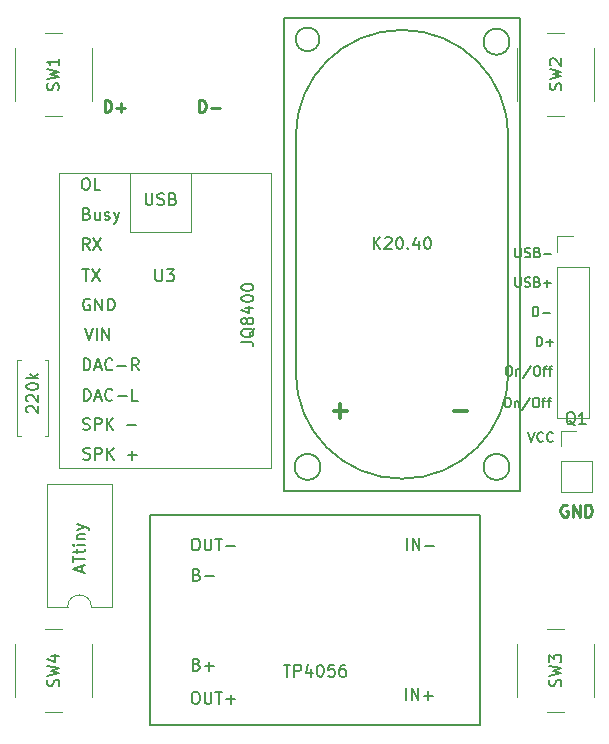
<source format=gbr>
G04 #@! TF.GenerationSoftware,KiCad,Pcbnew,5.1.5-52549c5~84~ubuntu18.04.1*
G04 #@! TF.CreationDate,2020-03-10T16:59:25+01:00*
G04 #@! TF.ProjectId,Nokolino,4e6f6b6f-6c69-46e6-9f2e-6b696361645f,3.0*
G04 #@! TF.SameCoordinates,Original*
G04 #@! TF.FileFunction,Legend,Top*
G04 #@! TF.FilePolarity,Positive*
%FSLAX46Y46*%
G04 Gerber Fmt 4.6, Leading zero omitted, Abs format (unit mm)*
G04 Created by KiCad (PCBNEW 5.1.5-52549c5~84~ubuntu18.04.1) date 2020-03-10 16:59:25*
%MOMM*%
%LPD*%
G04 APERTURE LIST*
%ADD10C,0.250000*%
%ADD11C,0.300000*%
%ADD12C,0.200000*%
%ADD13C,0.150000*%
%ADD14C,0.120000*%
G04 APERTURE END LIST*
D10*
X136119047Y-87952380D02*
X136119047Y-86952380D01*
X136357142Y-86952380D01*
X136500000Y-87000000D01*
X136595238Y-87095238D01*
X136642857Y-87190476D01*
X136690476Y-87380952D01*
X136690476Y-87523809D01*
X136642857Y-87714285D01*
X136595238Y-87809523D01*
X136500000Y-87904761D01*
X136357142Y-87952380D01*
X136119047Y-87952380D01*
X137119047Y-87571428D02*
X137880952Y-87571428D01*
X128119047Y-87952380D02*
X128119047Y-86952380D01*
X128357142Y-86952380D01*
X128500000Y-87000000D01*
X128595238Y-87095238D01*
X128642857Y-87190476D01*
X128690476Y-87380952D01*
X128690476Y-87523809D01*
X128642857Y-87714285D01*
X128595238Y-87809523D01*
X128500000Y-87904761D01*
X128357142Y-87952380D01*
X128119047Y-87952380D01*
X129119047Y-87571428D02*
X129880952Y-87571428D01*
X129500000Y-87952380D02*
X129500000Y-87190476D01*
D11*
X147518571Y-113257142D02*
X148661428Y-113257142D01*
X148090000Y-113828571D02*
X148090000Y-112685714D01*
X157678571Y-113257142D02*
X158821428Y-113257142D01*
D12*
X163983333Y-115061904D02*
X164250000Y-115861904D01*
X164516666Y-115061904D01*
X165240476Y-115785714D02*
X165202380Y-115823809D01*
X165088095Y-115861904D01*
X165011904Y-115861904D01*
X164897619Y-115823809D01*
X164821428Y-115747619D01*
X164783333Y-115671428D01*
X164745238Y-115519047D01*
X164745238Y-115404761D01*
X164783333Y-115252380D01*
X164821428Y-115176190D01*
X164897619Y-115100000D01*
X165011904Y-115061904D01*
X165088095Y-115061904D01*
X165202380Y-115100000D01*
X165240476Y-115138095D01*
X166040476Y-115785714D02*
X166002380Y-115823809D01*
X165888095Y-115861904D01*
X165811904Y-115861904D01*
X165697619Y-115823809D01*
X165621428Y-115747619D01*
X165583333Y-115671428D01*
X165545238Y-115519047D01*
X165545238Y-115404761D01*
X165583333Y-115252380D01*
X165621428Y-115176190D01*
X165697619Y-115100000D01*
X165811904Y-115061904D01*
X165888095Y-115061904D01*
X166002380Y-115100000D01*
X166040476Y-115138095D01*
D10*
X167288095Y-121250000D02*
X167192857Y-121202380D01*
X167050000Y-121202380D01*
X166907142Y-121250000D01*
X166811904Y-121345238D01*
X166764285Y-121440476D01*
X166716666Y-121630952D01*
X166716666Y-121773809D01*
X166764285Y-121964285D01*
X166811904Y-122059523D01*
X166907142Y-122154761D01*
X167050000Y-122202380D01*
X167145238Y-122202380D01*
X167288095Y-122154761D01*
X167335714Y-122107142D01*
X167335714Y-121773809D01*
X167145238Y-121773809D01*
X167764285Y-122202380D02*
X167764285Y-121202380D01*
X168335714Y-122202380D01*
X168335714Y-121202380D01*
X168811904Y-122202380D02*
X168811904Y-121202380D01*
X169050000Y-121202380D01*
X169192857Y-121250000D01*
X169288095Y-121345238D01*
X169335714Y-121440476D01*
X169383333Y-121630952D01*
X169383333Y-121773809D01*
X169335714Y-121964285D01*
X169288095Y-122059523D01*
X169192857Y-122154761D01*
X169050000Y-122202380D01*
X168811904Y-122202380D01*
D12*
X162266666Y-109461904D02*
X162419047Y-109461904D01*
X162495238Y-109500000D01*
X162571428Y-109576190D01*
X162609523Y-109728571D01*
X162609523Y-109995238D01*
X162571428Y-110147619D01*
X162495238Y-110223809D01*
X162419047Y-110261904D01*
X162266666Y-110261904D01*
X162190476Y-110223809D01*
X162114285Y-110147619D01*
X162076190Y-109995238D01*
X162076190Y-109728571D01*
X162114285Y-109576190D01*
X162190476Y-109500000D01*
X162266666Y-109461904D01*
X162952380Y-109728571D02*
X162952380Y-110261904D01*
X162952380Y-109804761D02*
X162990476Y-109766666D01*
X163066666Y-109728571D01*
X163180952Y-109728571D01*
X163257142Y-109766666D01*
X163295238Y-109842857D01*
X163295238Y-110261904D01*
X164247619Y-109423809D02*
X163561904Y-110452380D01*
X164666666Y-109461904D02*
X164819047Y-109461904D01*
X164895238Y-109500000D01*
X164971428Y-109576190D01*
X165009523Y-109728571D01*
X165009523Y-109995238D01*
X164971428Y-110147619D01*
X164895238Y-110223809D01*
X164819047Y-110261904D01*
X164666666Y-110261904D01*
X164590476Y-110223809D01*
X164514285Y-110147619D01*
X164476190Y-109995238D01*
X164476190Y-109728571D01*
X164514285Y-109576190D01*
X164590476Y-109500000D01*
X164666666Y-109461904D01*
X165238095Y-109728571D02*
X165542857Y-109728571D01*
X165352380Y-110261904D02*
X165352380Y-109576190D01*
X165390476Y-109500000D01*
X165466666Y-109461904D01*
X165542857Y-109461904D01*
X165695238Y-109728571D02*
X166000000Y-109728571D01*
X165809523Y-110261904D02*
X165809523Y-109576190D01*
X165847619Y-109500000D01*
X165923809Y-109461904D01*
X166000000Y-109461904D01*
X162166666Y-112161904D02*
X162319047Y-112161904D01*
X162395238Y-112200000D01*
X162471428Y-112276190D01*
X162509523Y-112428571D01*
X162509523Y-112695238D01*
X162471428Y-112847619D01*
X162395238Y-112923809D01*
X162319047Y-112961904D01*
X162166666Y-112961904D01*
X162090476Y-112923809D01*
X162014285Y-112847619D01*
X161976190Y-112695238D01*
X161976190Y-112428571D01*
X162014285Y-112276190D01*
X162090476Y-112200000D01*
X162166666Y-112161904D01*
X162852380Y-112428571D02*
X162852380Y-112961904D01*
X162852380Y-112504761D02*
X162890476Y-112466666D01*
X162966666Y-112428571D01*
X163080952Y-112428571D01*
X163157142Y-112466666D01*
X163195238Y-112542857D01*
X163195238Y-112961904D01*
X164147619Y-112123809D02*
X163461904Y-113152380D01*
X164566666Y-112161904D02*
X164719047Y-112161904D01*
X164795238Y-112200000D01*
X164871428Y-112276190D01*
X164909523Y-112428571D01*
X164909523Y-112695238D01*
X164871428Y-112847619D01*
X164795238Y-112923809D01*
X164719047Y-112961904D01*
X164566666Y-112961904D01*
X164490476Y-112923809D01*
X164414285Y-112847619D01*
X164376190Y-112695238D01*
X164376190Y-112428571D01*
X164414285Y-112276190D01*
X164490476Y-112200000D01*
X164566666Y-112161904D01*
X165138095Y-112428571D02*
X165442857Y-112428571D01*
X165252380Y-112961904D02*
X165252380Y-112276190D01*
X165290476Y-112200000D01*
X165366666Y-112161904D01*
X165442857Y-112161904D01*
X165595238Y-112428571D02*
X165900000Y-112428571D01*
X165709523Y-112961904D02*
X165709523Y-112276190D01*
X165747619Y-112200000D01*
X165823809Y-112161904D01*
X165900000Y-112161904D01*
X162895238Y-99461904D02*
X162895238Y-100109523D01*
X162933333Y-100185714D01*
X162971428Y-100223809D01*
X163047619Y-100261904D01*
X163200000Y-100261904D01*
X163276190Y-100223809D01*
X163314285Y-100185714D01*
X163352380Y-100109523D01*
X163352380Y-99461904D01*
X163695238Y-100223809D02*
X163809523Y-100261904D01*
X164000000Y-100261904D01*
X164076190Y-100223809D01*
X164114285Y-100185714D01*
X164152380Y-100109523D01*
X164152380Y-100033333D01*
X164114285Y-99957142D01*
X164076190Y-99919047D01*
X164000000Y-99880952D01*
X163847619Y-99842857D01*
X163771428Y-99804761D01*
X163733333Y-99766666D01*
X163695238Y-99690476D01*
X163695238Y-99614285D01*
X163733333Y-99538095D01*
X163771428Y-99500000D01*
X163847619Y-99461904D01*
X164038095Y-99461904D01*
X164152380Y-99500000D01*
X164761904Y-99842857D02*
X164876190Y-99880952D01*
X164914285Y-99919047D01*
X164952380Y-99995238D01*
X164952380Y-100109523D01*
X164914285Y-100185714D01*
X164876190Y-100223809D01*
X164800000Y-100261904D01*
X164495238Y-100261904D01*
X164495238Y-99461904D01*
X164761904Y-99461904D01*
X164838095Y-99500000D01*
X164876190Y-99538095D01*
X164914285Y-99614285D01*
X164914285Y-99690476D01*
X164876190Y-99766666D01*
X164838095Y-99804761D01*
X164761904Y-99842857D01*
X164495238Y-99842857D01*
X165295238Y-99957142D02*
X165904761Y-99957142D01*
X162895238Y-101961904D02*
X162895238Y-102609523D01*
X162933333Y-102685714D01*
X162971428Y-102723809D01*
X163047619Y-102761904D01*
X163200000Y-102761904D01*
X163276190Y-102723809D01*
X163314285Y-102685714D01*
X163352380Y-102609523D01*
X163352380Y-101961904D01*
X163695238Y-102723809D02*
X163809523Y-102761904D01*
X164000000Y-102761904D01*
X164076190Y-102723809D01*
X164114285Y-102685714D01*
X164152380Y-102609523D01*
X164152380Y-102533333D01*
X164114285Y-102457142D01*
X164076190Y-102419047D01*
X164000000Y-102380952D01*
X163847619Y-102342857D01*
X163771428Y-102304761D01*
X163733333Y-102266666D01*
X163695238Y-102190476D01*
X163695238Y-102114285D01*
X163733333Y-102038095D01*
X163771428Y-102000000D01*
X163847619Y-101961904D01*
X164038095Y-101961904D01*
X164152380Y-102000000D01*
X164761904Y-102342857D02*
X164876190Y-102380952D01*
X164914285Y-102419047D01*
X164952380Y-102495238D01*
X164952380Y-102609523D01*
X164914285Y-102685714D01*
X164876190Y-102723809D01*
X164800000Y-102761904D01*
X164495238Y-102761904D01*
X164495238Y-101961904D01*
X164761904Y-101961904D01*
X164838095Y-102000000D01*
X164876190Y-102038095D01*
X164914285Y-102114285D01*
X164914285Y-102190476D01*
X164876190Y-102266666D01*
X164838095Y-102304761D01*
X164761904Y-102342857D01*
X164495238Y-102342857D01*
X165295238Y-102457142D02*
X165904761Y-102457142D01*
X165600000Y-102761904D02*
X165600000Y-102152380D01*
X164395238Y-105261904D02*
X164395238Y-104461904D01*
X164585714Y-104461904D01*
X164700000Y-104500000D01*
X164776190Y-104576190D01*
X164814285Y-104652380D01*
X164852380Y-104804761D01*
X164852380Y-104919047D01*
X164814285Y-105071428D01*
X164776190Y-105147619D01*
X164700000Y-105223809D01*
X164585714Y-105261904D01*
X164395238Y-105261904D01*
X165195238Y-104957142D02*
X165804761Y-104957142D01*
X164695238Y-107761904D02*
X164695238Y-106961904D01*
X164885714Y-106961904D01*
X165000000Y-107000000D01*
X165076190Y-107076190D01*
X165114285Y-107152380D01*
X165152380Y-107304761D01*
X165152380Y-107419047D01*
X165114285Y-107571428D01*
X165076190Y-107647619D01*
X165000000Y-107723809D01*
X164885714Y-107761904D01*
X164695238Y-107761904D01*
X165495238Y-107457142D02*
X166104761Y-107457142D01*
X165800000Y-107761904D02*
X165800000Y-107152380D01*
D13*
X131999100Y-122103500D02*
X159939100Y-122103500D01*
X159939100Y-139883500D02*
X131999100Y-139883500D01*
X131999100Y-139883500D02*
X131999100Y-122103500D01*
X159939100Y-139883500D02*
X159939100Y-122103500D01*
D14*
X123222000Y-129843500D02*
X124992000Y-129843500D01*
X123222000Y-119443500D02*
X123222000Y-129843500D01*
X128762000Y-119443500D02*
X123222000Y-119443500D01*
X128762000Y-129843500D02*
X128762000Y-119443500D01*
X126992000Y-129843500D02*
X128762000Y-129843500D01*
X124992000Y-129843500D02*
G75*
G02X126992000Y-129843500I1000000J0D01*
G01*
D13*
X163300000Y-120000000D02*
X163300000Y-80000000D01*
X143300000Y-120000000D02*
X143300000Y-80000000D01*
X143300000Y-120000000D02*
X163300000Y-120000000D01*
X163300000Y-80000000D02*
X143300000Y-80000000D01*
X146300000Y-81800000D02*
G75*
G03X146300000Y-81800000I-1000000J0D01*
G01*
X162400000Y-82000000D02*
G75*
G03X162400000Y-82000000I-1100000J0D01*
G01*
X146400000Y-118000000D02*
G75*
G03X146400000Y-118000000I-1100000J0D01*
G01*
X162400000Y-118000000D02*
G75*
G03X162400000Y-118000000I-1100000J0D01*
G01*
X153300000Y-119000000D02*
G75*
G03X162300000Y-110000000I0J9000000D01*
G01*
X162300000Y-90000000D02*
G75*
G03X153300000Y-81000000I-9000000J0D01*
G01*
X153300000Y-81000000D02*
G75*
G03X144300000Y-90000000I0J-9000000D01*
G01*
X144300000Y-110000000D02*
G75*
G03X153300000Y-119000000I9000000J0D01*
G01*
X144300000Y-90000000D02*
X144300000Y-110000000D01*
X162300000Y-90000000D02*
X162300000Y-110000000D01*
D14*
X166720000Y-114920000D02*
X168050000Y-114920000D01*
X166720000Y-116250000D02*
X166720000Y-114920000D01*
X166720000Y-117520000D02*
X169380000Y-117520000D01*
X169380000Y-117520000D02*
X169380000Y-120120000D01*
X166720000Y-117520000D02*
X166720000Y-120120000D01*
X166720000Y-120120000D02*
X169380000Y-120120000D01*
X166445000Y-98485000D02*
X167775000Y-98485000D01*
X166445000Y-99815000D02*
X166445000Y-98485000D01*
X166445000Y-101085000D02*
X169105000Y-101085000D01*
X169105000Y-101085000D02*
X169105000Y-113845000D01*
X166445000Y-101085000D02*
X166445000Y-113845000D01*
X166445000Y-113845000D02*
X169105000Y-113845000D01*
X121070000Y-115400000D02*
X120740000Y-115400000D01*
X120740000Y-115400000D02*
X120740000Y-108980000D01*
X120740000Y-108980000D02*
X121070000Y-108980000D01*
X123030000Y-115400000D02*
X123360000Y-115400000D01*
X123360000Y-115400000D02*
X123360000Y-108980000D01*
X123360000Y-108980000D02*
X123030000Y-108980000D01*
X127050000Y-87000000D02*
X127050000Y-82500000D01*
X123050000Y-88250000D02*
X124550000Y-88250000D01*
X120550000Y-82500000D02*
X120550000Y-87000000D01*
X124550000Y-81250000D02*
X123050000Y-81250000D01*
X167050000Y-81250000D02*
X165550000Y-81250000D01*
X163050000Y-82500000D02*
X163050000Y-87000000D01*
X165550000Y-88250000D02*
X167050000Y-88250000D01*
X169550000Y-87000000D02*
X169550000Y-82500000D01*
X169550000Y-137500000D02*
X169550000Y-133000000D01*
X165550000Y-138750000D02*
X167050000Y-138750000D01*
X163050000Y-133000000D02*
X163050000Y-137500000D01*
X167050000Y-131750000D02*
X165550000Y-131750000D01*
X124550000Y-131750000D02*
X123050000Y-131750000D01*
X120550000Y-133000000D02*
X120550000Y-137500000D01*
X123050000Y-138750000D02*
X124550000Y-138750000D01*
X127050000Y-137500000D02*
X127050000Y-133000000D01*
X124230000Y-93100000D02*
X124230000Y-118100000D01*
X142230000Y-93100000D02*
X142230000Y-118100000D01*
X124230000Y-118100000D02*
X142230000Y-118100000D01*
X124230000Y-93100000D02*
X142230000Y-93100000D01*
X130230000Y-93100000D02*
X130230000Y-98100000D01*
X130230000Y-98100000D02*
X135430000Y-98100000D01*
X135430000Y-98100000D02*
X135430000Y-93100000D01*
D13*
X143278623Y-134755880D02*
X143850052Y-134755880D01*
X143564338Y-135755880D02*
X143564338Y-134755880D01*
X144183385Y-135755880D02*
X144183385Y-134755880D01*
X144564338Y-134755880D01*
X144659576Y-134803500D01*
X144707195Y-134851119D01*
X144754814Y-134946357D01*
X144754814Y-135089214D01*
X144707195Y-135184452D01*
X144659576Y-135232071D01*
X144564338Y-135279690D01*
X144183385Y-135279690D01*
X145611957Y-135089214D02*
X145611957Y-135755880D01*
X145373861Y-134708261D02*
X145135766Y-135422547D01*
X145754814Y-135422547D01*
X146326242Y-134755880D02*
X146421480Y-134755880D01*
X146516719Y-134803500D01*
X146564338Y-134851119D01*
X146611957Y-134946357D01*
X146659576Y-135136833D01*
X146659576Y-135374928D01*
X146611957Y-135565404D01*
X146564338Y-135660642D01*
X146516719Y-135708261D01*
X146421480Y-135755880D01*
X146326242Y-135755880D01*
X146231004Y-135708261D01*
X146183385Y-135660642D01*
X146135766Y-135565404D01*
X146088147Y-135374928D01*
X146088147Y-135136833D01*
X146135766Y-134946357D01*
X146183385Y-134851119D01*
X146231004Y-134803500D01*
X146326242Y-134755880D01*
X147564338Y-134755880D02*
X147088147Y-134755880D01*
X147040528Y-135232071D01*
X147088147Y-135184452D01*
X147183385Y-135136833D01*
X147421480Y-135136833D01*
X147516719Y-135184452D01*
X147564338Y-135232071D01*
X147611957Y-135327309D01*
X147611957Y-135565404D01*
X147564338Y-135660642D01*
X147516719Y-135708261D01*
X147421480Y-135755880D01*
X147183385Y-135755880D01*
X147088147Y-135708261D01*
X147040528Y-135660642D01*
X148469100Y-134755880D02*
X148278623Y-134755880D01*
X148183385Y-134803500D01*
X148135766Y-134851119D01*
X148040528Y-134993976D01*
X147992909Y-135184452D01*
X147992909Y-135565404D01*
X148040528Y-135660642D01*
X148088147Y-135708261D01*
X148183385Y-135755880D01*
X148373861Y-135755880D01*
X148469100Y-135708261D01*
X148516719Y-135660642D01*
X148564338Y-135565404D01*
X148564338Y-135327309D01*
X148516719Y-135232071D01*
X148469100Y-135184452D01*
X148373861Y-135136833D01*
X148183385Y-135136833D01*
X148088147Y-135184452D01*
X148040528Y-135232071D01*
X147992909Y-135327309D01*
X153626242Y-137745880D02*
X153626242Y-136745880D01*
X154102433Y-137745880D02*
X154102433Y-136745880D01*
X154673861Y-137745880D01*
X154673861Y-136745880D01*
X155150052Y-137364928D02*
X155911957Y-137364928D01*
X155531004Y-137745880D02*
X155531004Y-136983976D01*
X153726242Y-125045880D02*
X153726242Y-124045880D01*
X154202433Y-125045880D02*
X154202433Y-124045880D01*
X154773861Y-125045880D01*
X154773861Y-124045880D01*
X155250052Y-124664928D02*
X156011957Y-124664928D01*
X135739452Y-137049880D02*
X135929928Y-137049880D01*
X136025166Y-137097500D01*
X136120404Y-137192738D01*
X136168023Y-137383214D01*
X136168023Y-137716547D01*
X136120404Y-137907023D01*
X136025166Y-138002261D01*
X135929928Y-138049880D01*
X135739452Y-138049880D01*
X135644214Y-138002261D01*
X135548976Y-137907023D01*
X135501357Y-137716547D01*
X135501357Y-137383214D01*
X135548976Y-137192738D01*
X135644214Y-137097500D01*
X135739452Y-137049880D01*
X136596595Y-137049880D02*
X136596595Y-137859404D01*
X136644214Y-137954642D01*
X136691833Y-138002261D01*
X136787071Y-138049880D01*
X136977547Y-138049880D01*
X137072785Y-138002261D01*
X137120404Y-137954642D01*
X137168023Y-137859404D01*
X137168023Y-137049880D01*
X137501357Y-137049880D02*
X138072785Y-137049880D01*
X137787071Y-138049880D02*
X137787071Y-137049880D01*
X138406119Y-137668928D02*
X139168023Y-137668928D01*
X138787071Y-138049880D02*
X138787071Y-137287976D01*
X135921480Y-134722071D02*
X136064338Y-134769690D01*
X136111957Y-134817309D01*
X136159576Y-134912547D01*
X136159576Y-135055404D01*
X136111957Y-135150642D01*
X136064338Y-135198261D01*
X135969100Y-135245880D01*
X135588147Y-135245880D01*
X135588147Y-134245880D01*
X135921480Y-134245880D01*
X136016719Y-134293500D01*
X136064338Y-134341119D01*
X136111957Y-134436357D01*
X136111957Y-134531595D01*
X136064338Y-134626833D01*
X136016719Y-134674452D01*
X135921480Y-134722071D01*
X135588147Y-134722071D01*
X136588147Y-134864928D02*
X137350052Y-134864928D01*
X136969100Y-135245880D02*
X136969100Y-134483976D01*
X135921480Y-127122071D02*
X136064338Y-127169690D01*
X136111957Y-127217309D01*
X136159576Y-127312547D01*
X136159576Y-127455404D01*
X136111957Y-127550642D01*
X136064338Y-127598261D01*
X135969100Y-127645880D01*
X135588147Y-127645880D01*
X135588147Y-126645880D01*
X135921480Y-126645880D01*
X136016719Y-126693500D01*
X136064338Y-126741119D01*
X136111957Y-126836357D01*
X136111957Y-126931595D01*
X136064338Y-127026833D01*
X136016719Y-127074452D01*
X135921480Y-127122071D01*
X135588147Y-127122071D01*
X136588147Y-127264928D02*
X137350052Y-127264928D01*
X135739452Y-124070480D02*
X135929928Y-124070480D01*
X136025166Y-124118100D01*
X136120404Y-124213338D01*
X136168023Y-124403814D01*
X136168023Y-124737147D01*
X136120404Y-124927623D01*
X136025166Y-125022861D01*
X135929928Y-125070480D01*
X135739452Y-125070480D01*
X135644214Y-125022861D01*
X135548976Y-124927623D01*
X135501357Y-124737147D01*
X135501357Y-124403814D01*
X135548976Y-124213338D01*
X135644214Y-124118100D01*
X135739452Y-124070480D01*
X136596595Y-124070480D02*
X136596595Y-124880004D01*
X136644214Y-124975242D01*
X136691833Y-125022861D01*
X136787071Y-125070480D01*
X136977547Y-125070480D01*
X137072785Y-125022861D01*
X137120404Y-124975242D01*
X137168023Y-124880004D01*
X137168023Y-124070480D01*
X137501357Y-124070480D02*
X138072785Y-124070480D01*
X137787071Y-125070480D02*
X137787071Y-124070480D01*
X138406119Y-124689528D02*
X139168023Y-124689528D01*
X126184066Y-126848290D02*
X126184066Y-126372100D01*
X126469780Y-126943528D02*
X125469780Y-126610195D01*
X126469780Y-126276861D01*
X125469780Y-126086385D02*
X125469780Y-125514957D01*
X126469780Y-125800671D02*
X125469780Y-125800671D01*
X125803114Y-125324480D02*
X125803114Y-124943528D01*
X125469780Y-125181623D02*
X126326923Y-125181623D01*
X126422161Y-125134004D01*
X126469780Y-125038766D01*
X126469780Y-124943528D01*
X126469780Y-124610195D02*
X125803114Y-124610195D01*
X125469780Y-124610195D02*
X125517400Y-124657814D01*
X125565019Y-124610195D01*
X125517400Y-124562576D01*
X125469780Y-124610195D01*
X125565019Y-124610195D01*
X125803114Y-124134004D02*
X126469780Y-124134004D01*
X125898352Y-124134004D02*
X125850733Y-124086385D01*
X125803114Y-123991147D01*
X125803114Y-123848290D01*
X125850733Y-123753052D01*
X125945971Y-123705433D01*
X126469780Y-123705433D01*
X125803114Y-123324480D02*
X126469780Y-123086385D01*
X125803114Y-122848290D02*
X126469780Y-123086385D01*
X126707876Y-123181623D01*
X126755495Y-123229242D01*
X126803114Y-123324480D01*
X150895238Y-99552380D02*
X150895238Y-98552380D01*
X151466666Y-99552380D02*
X151038095Y-98980952D01*
X151466666Y-98552380D02*
X150895238Y-99123809D01*
X151847619Y-98647619D02*
X151895238Y-98600000D01*
X151990476Y-98552380D01*
X152228571Y-98552380D01*
X152323809Y-98600000D01*
X152371428Y-98647619D01*
X152419047Y-98742857D01*
X152419047Y-98838095D01*
X152371428Y-98980952D01*
X151800000Y-99552380D01*
X152419047Y-99552380D01*
X153038095Y-98552380D02*
X153133333Y-98552380D01*
X153228571Y-98600000D01*
X153276190Y-98647619D01*
X153323809Y-98742857D01*
X153371428Y-98933333D01*
X153371428Y-99171428D01*
X153323809Y-99361904D01*
X153276190Y-99457142D01*
X153228571Y-99504761D01*
X153133333Y-99552380D01*
X153038095Y-99552380D01*
X152942857Y-99504761D01*
X152895238Y-99457142D01*
X152847619Y-99361904D01*
X152800000Y-99171428D01*
X152800000Y-98933333D01*
X152847619Y-98742857D01*
X152895238Y-98647619D01*
X152942857Y-98600000D01*
X153038095Y-98552380D01*
X153800000Y-99457142D02*
X153847619Y-99504761D01*
X153800000Y-99552380D01*
X153752380Y-99504761D01*
X153800000Y-99457142D01*
X153800000Y-99552380D01*
X154704761Y-98885714D02*
X154704761Y-99552380D01*
X154466666Y-98504761D02*
X154228571Y-99219047D01*
X154847619Y-99219047D01*
X155419047Y-98552380D02*
X155514285Y-98552380D01*
X155609523Y-98600000D01*
X155657142Y-98647619D01*
X155704761Y-98742857D01*
X155752380Y-98933333D01*
X155752380Y-99171428D01*
X155704761Y-99361904D01*
X155657142Y-99457142D01*
X155609523Y-99504761D01*
X155514285Y-99552380D01*
X155419047Y-99552380D01*
X155323809Y-99504761D01*
X155276190Y-99457142D01*
X155228571Y-99361904D01*
X155180952Y-99171428D01*
X155180952Y-98933333D01*
X155228571Y-98742857D01*
X155276190Y-98647619D01*
X155323809Y-98600000D01*
X155419047Y-98552380D01*
X167954761Y-114467619D02*
X167859523Y-114420000D01*
X167764285Y-114324761D01*
X167621428Y-114181904D01*
X167526190Y-114134285D01*
X167430952Y-114134285D01*
X167478571Y-114372380D02*
X167383333Y-114324761D01*
X167288095Y-114229523D01*
X167240476Y-114039047D01*
X167240476Y-113705714D01*
X167288095Y-113515238D01*
X167383333Y-113420000D01*
X167478571Y-113372380D01*
X167669047Y-113372380D01*
X167764285Y-113420000D01*
X167859523Y-113515238D01*
X167907142Y-113705714D01*
X167907142Y-114039047D01*
X167859523Y-114229523D01*
X167764285Y-114324761D01*
X167669047Y-114372380D01*
X167478571Y-114372380D01*
X168859523Y-114372380D02*
X168288095Y-114372380D01*
X168573809Y-114372380D02*
X168573809Y-113372380D01*
X168478571Y-113515238D01*
X168383333Y-113610476D01*
X168288095Y-113658095D01*
X121597619Y-113392857D02*
X121550000Y-113345238D01*
X121502380Y-113250000D01*
X121502380Y-113011904D01*
X121550000Y-112916666D01*
X121597619Y-112869047D01*
X121692857Y-112821428D01*
X121788095Y-112821428D01*
X121930952Y-112869047D01*
X122502380Y-113440476D01*
X122502380Y-112821428D01*
X121597619Y-112440476D02*
X121550000Y-112392857D01*
X121502380Y-112297619D01*
X121502380Y-112059523D01*
X121550000Y-111964285D01*
X121597619Y-111916666D01*
X121692857Y-111869047D01*
X121788095Y-111869047D01*
X121930952Y-111916666D01*
X122502380Y-112488095D01*
X122502380Y-111869047D01*
X121502380Y-111250000D02*
X121502380Y-111154761D01*
X121550000Y-111059523D01*
X121597619Y-111011904D01*
X121692857Y-110964285D01*
X121883333Y-110916666D01*
X122121428Y-110916666D01*
X122311904Y-110964285D01*
X122407142Y-111011904D01*
X122454761Y-111059523D01*
X122502380Y-111154761D01*
X122502380Y-111250000D01*
X122454761Y-111345238D01*
X122407142Y-111392857D01*
X122311904Y-111440476D01*
X122121428Y-111488095D01*
X121883333Y-111488095D01*
X121692857Y-111440476D01*
X121597619Y-111392857D01*
X121550000Y-111345238D01*
X121502380Y-111250000D01*
X122502380Y-110488095D02*
X121502380Y-110488095D01*
X122121428Y-110392857D02*
X122502380Y-110107142D01*
X121835714Y-110107142D02*
X122216666Y-110488095D01*
X124199661Y-86098833D02*
X124247280Y-85955976D01*
X124247280Y-85717880D01*
X124199661Y-85622642D01*
X124152042Y-85575023D01*
X124056804Y-85527404D01*
X123961566Y-85527404D01*
X123866328Y-85575023D01*
X123818709Y-85622642D01*
X123771090Y-85717880D01*
X123723471Y-85908357D01*
X123675852Y-86003595D01*
X123628233Y-86051214D01*
X123532995Y-86098833D01*
X123437757Y-86098833D01*
X123342519Y-86051214D01*
X123294900Y-86003595D01*
X123247280Y-85908357D01*
X123247280Y-85670261D01*
X123294900Y-85527404D01*
X123247280Y-85194071D02*
X124247280Y-84955976D01*
X123532995Y-84765500D01*
X124247280Y-84575023D01*
X123247280Y-84336928D01*
X124247280Y-83432166D02*
X124247280Y-84003595D01*
X124247280Y-83717880D02*
X123247280Y-83717880D01*
X123390138Y-83813119D01*
X123485376Y-83908357D01*
X123532995Y-84003595D01*
X166744661Y-86083333D02*
X166792280Y-85940476D01*
X166792280Y-85702380D01*
X166744661Y-85607142D01*
X166697042Y-85559523D01*
X166601804Y-85511904D01*
X166506566Y-85511904D01*
X166411328Y-85559523D01*
X166363709Y-85607142D01*
X166316090Y-85702380D01*
X166268471Y-85892857D01*
X166220852Y-85988095D01*
X166173233Y-86035714D01*
X166077995Y-86083333D01*
X165982757Y-86083333D01*
X165887519Y-86035714D01*
X165839900Y-85988095D01*
X165792280Y-85892857D01*
X165792280Y-85654761D01*
X165839900Y-85511904D01*
X165792280Y-85178571D02*
X166792280Y-84940476D01*
X166077995Y-84750000D01*
X166792280Y-84559523D01*
X165792280Y-84321428D01*
X165887519Y-83988095D02*
X165839900Y-83940476D01*
X165792280Y-83845238D01*
X165792280Y-83607142D01*
X165839900Y-83511904D01*
X165887519Y-83464285D01*
X165982757Y-83416666D01*
X166077995Y-83416666D01*
X166220852Y-83464285D01*
X166792280Y-84035714D01*
X166792280Y-83416666D01*
X166731961Y-136581333D02*
X166779580Y-136438476D01*
X166779580Y-136200380D01*
X166731961Y-136105142D01*
X166684342Y-136057523D01*
X166589104Y-136009904D01*
X166493866Y-136009904D01*
X166398628Y-136057523D01*
X166351009Y-136105142D01*
X166303390Y-136200380D01*
X166255771Y-136390857D01*
X166208152Y-136486095D01*
X166160533Y-136533714D01*
X166065295Y-136581333D01*
X165970057Y-136581333D01*
X165874819Y-136533714D01*
X165827200Y-136486095D01*
X165779580Y-136390857D01*
X165779580Y-136152761D01*
X165827200Y-136009904D01*
X165779580Y-135676571D02*
X166779580Y-135438476D01*
X166065295Y-135248000D01*
X166779580Y-135057523D01*
X165779580Y-134819428D01*
X165779580Y-134533714D02*
X165779580Y-133914666D01*
X166160533Y-134248000D01*
X166160533Y-134105142D01*
X166208152Y-134009904D01*
X166255771Y-133962285D01*
X166351009Y-133914666D01*
X166589104Y-133914666D01*
X166684342Y-133962285D01*
X166731961Y-134009904D01*
X166779580Y-134105142D01*
X166779580Y-134390857D01*
X166731961Y-134486095D01*
X166684342Y-134533714D01*
X124225061Y-136581333D02*
X124272680Y-136438476D01*
X124272680Y-136200380D01*
X124225061Y-136105142D01*
X124177442Y-136057523D01*
X124082204Y-136009904D01*
X123986966Y-136009904D01*
X123891728Y-136057523D01*
X123844109Y-136105142D01*
X123796490Y-136200380D01*
X123748871Y-136390857D01*
X123701252Y-136486095D01*
X123653633Y-136533714D01*
X123558395Y-136581333D01*
X123463157Y-136581333D01*
X123367919Y-136533714D01*
X123320300Y-136486095D01*
X123272680Y-136390857D01*
X123272680Y-136152761D01*
X123320300Y-136009904D01*
X123272680Y-135676571D02*
X124272680Y-135438476D01*
X123558395Y-135248000D01*
X124272680Y-135057523D01*
X123272680Y-134819428D01*
X123606014Y-134009904D02*
X124272680Y-134009904D01*
X123225061Y-134248000D02*
X123939347Y-134486095D01*
X123939347Y-133867047D01*
X132418295Y-101273980D02*
X132418295Y-102083504D01*
X132465914Y-102178742D01*
X132513533Y-102226361D01*
X132608771Y-102273980D01*
X132799247Y-102273980D01*
X132894485Y-102226361D01*
X132942104Y-102178742D01*
X132989723Y-102083504D01*
X132989723Y-101273980D01*
X133370676Y-101273980D02*
X133989723Y-101273980D01*
X133656390Y-101654933D01*
X133799247Y-101654933D01*
X133894485Y-101702552D01*
X133942104Y-101750171D01*
X133989723Y-101845409D01*
X133989723Y-102083504D01*
X133942104Y-102178742D01*
X133894485Y-102226361D01*
X133799247Y-102273980D01*
X133513533Y-102273980D01*
X133418295Y-102226361D01*
X133370676Y-102178742D01*
X139706480Y-107409314D02*
X140420766Y-107409314D01*
X140563623Y-107456933D01*
X140658861Y-107552171D01*
X140706480Y-107695028D01*
X140706480Y-107790266D01*
X140801719Y-106266457D02*
X140754100Y-106361695D01*
X140658861Y-106456933D01*
X140516004Y-106599790D01*
X140468385Y-106695028D01*
X140468385Y-106790266D01*
X140706480Y-106742647D02*
X140658861Y-106837885D01*
X140563623Y-106933123D01*
X140373147Y-106980742D01*
X140039814Y-106980742D01*
X139849338Y-106933123D01*
X139754100Y-106837885D01*
X139706480Y-106742647D01*
X139706480Y-106552171D01*
X139754100Y-106456933D01*
X139849338Y-106361695D01*
X140039814Y-106314076D01*
X140373147Y-106314076D01*
X140563623Y-106361695D01*
X140658861Y-106456933D01*
X140706480Y-106552171D01*
X140706480Y-106742647D01*
X140135052Y-105742647D02*
X140087433Y-105837885D01*
X140039814Y-105885504D01*
X139944576Y-105933123D01*
X139896957Y-105933123D01*
X139801719Y-105885504D01*
X139754100Y-105837885D01*
X139706480Y-105742647D01*
X139706480Y-105552171D01*
X139754100Y-105456933D01*
X139801719Y-105409314D01*
X139896957Y-105361695D01*
X139944576Y-105361695D01*
X140039814Y-105409314D01*
X140087433Y-105456933D01*
X140135052Y-105552171D01*
X140135052Y-105742647D01*
X140182671Y-105837885D01*
X140230290Y-105885504D01*
X140325528Y-105933123D01*
X140516004Y-105933123D01*
X140611242Y-105885504D01*
X140658861Y-105837885D01*
X140706480Y-105742647D01*
X140706480Y-105552171D01*
X140658861Y-105456933D01*
X140611242Y-105409314D01*
X140516004Y-105361695D01*
X140325528Y-105361695D01*
X140230290Y-105409314D01*
X140182671Y-105456933D01*
X140135052Y-105552171D01*
X140039814Y-104504552D02*
X140706480Y-104504552D01*
X139658861Y-104742647D02*
X140373147Y-104980742D01*
X140373147Y-104361695D01*
X139706480Y-103790266D02*
X139706480Y-103695028D01*
X139754100Y-103599790D01*
X139801719Y-103552171D01*
X139896957Y-103504552D01*
X140087433Y-103456933D01*
X140325528Y-103456933D01*
X140516004Y-103504552D01*
X140611242Y-103552171D01*
X140658861Y-103599790D01*
X140706480Y-103695028D01*
X140706480Y-103790266D01*
X140658861Y-103885504D01*
X140611242Y-103933123D01*
X140516004Y-103980742D01*
X140325528Y-104028361D01*
X140087433Y-104028361D01*
X139896957Y-103980742D01*
X139801719Y-103933123D01*
X139754100Y-103885504D01*
X139706480Y-103790266D01*
X139706480Y-102837885D02*
X139706480Y-102742647D01*
X139754100Y-102647409D01*
X139801719Y-102599790D01*
X139896957Y-102552171D01*
X140087433Y-102504552D01*
X140325528Y-102504552D01*
X140516004Y-102552171D01*
X140611242Y-102599790D01*
X140658861Y-102647409D01*
X140706480Y-102742647D01*
X140706480Y-102837885D01*
X140658861Y-102933123D01*
X140611242Y-102980742D01*
X140516004Y-103028361D01*
X140325528Y-103075980D01*
X140087433Y-103075980D01*
X139896957Y-103028361D01*
X139801719Y-102980742D01*
X139754100Y-102933123D01*
X139706480Y-102837885D01*
X126431800Y-93552380D02*
X126622276Y-93552380D01*
X126717514Y-93600000D01*
X126812752Y-93695238D01*
X126860371Y-93885714D01*
X126860371Y-94219047D01*
X126812752Y-94409523D01*
X126717514Y-94504761D01*
X126622276Y-94552380D01*
X126431800Y-94552380D01*
X126336561Y-94504761D01*
X126241323Y-94409523D01*
X126193704Y-94219047D01*
X126193704Y-93885714D01*
X126241323Y-93695238D01*
X126336561Y-93600000D01*
X126431800Y-93552380D01*
X127765133Y-94552380D02*
X127288942Y-94552380D01*
X127288942Y-93552380D01*
X126603333Y-96568571D02*
X126746190Y-96616190D01*
X126793809Y-96663809D01*
X126841428Y-96759047D01*
X126841428Y-96901904D01*
X126793809Y-96997142D01*
X126746190Y-97044761D01*
X126650952Y-97092380D01*
X126270000Y-97092380D01*
X126270000Y-96092380D01*
X126603333Y-96092380D01*
X126698571Y-96140000D01*
X126746190Y-96187619D01*
X126793809Y-96282857D01*
X126793809Y-96378095D01*
X126746190Y-96473333D01*
X126698571Y-96520952D01*
X126603333Y-96568571D01*
X126270000Y-96568571D01*
X127698571Y-96425714D02*
X127698571Y-97092380D01*
X127270000Y-96425714D02*
X127270000Y-96949523D01*
X127317619Y-97044761D01*
X127412857Y-97092380D01*
X127555714Y-97092380D01*
X127650952Y-97044761D01*
X127698571Y-96997142D01*
X128127142Y-97044761D02*
X128222380Y-97092380D01*
X128412857Y-97092380D01*
X128508095Y-97044761D01*
X128555714Y-96949523D01*
X128555714Y-96901904D01*
X128508095Y-96806666D01*
X128412857Y-96759047D01*
X128270000Y-96759047D01*
X128174761Y-96711428D01*
X128127142Y-96616190D01*
X128127142Y-96568571D01*
X128174761Y-96473333D01*
X128270000Y-96425714D01*
X128412857Y-96425714D01*
X128508095Y-96473333D01*
X128889047Y-96425714D02*
X129127142Y-97092380D01*
X129365238Y-96425714D02*
X129127142Y-97092380D01*
X129031904Y-97330476D01*
X128984285Y-97378095D01*
X128889047Y-97425714D01*
X131588095Y-94822380D02*
X131588095Y-95631904D01*
X131635714Y-95727142D01*
X131683333Y-95774761D01*
X131778571Y-95822380D01*
X131969047Y-95822380D01*
X132064285Y-95774761D01*
X132111904Y-95727142D01*
X132159523Y-95631904D01*
X132159523Y-94822380D01*
X132588095Y-95774761D02*
X132730952Y-95822380D01*
X132969047Y-95822380D01*
X133064285Y-95774761D01*
X133111904Y-95727142D01*
X133159523Y-95631904D01*
X133159523Y-95536666D01*
X133111904Y-95441428D01*
X133064285Y-95393809D01*
X132969047Y-95346190D01*
X132778571Y-95298571D01*
X132683333Y-95250952D01*
X132635714Y-95203333D01*
X132588095Y-95108095D01*
X132588095Y-95012857D01*
X132635714Y-94917619D01*
X132683333Y-94870000D01*
X132778571Y-94822380D01*
X133016666Y-94822380D01*
X133159523Y-94870000D01*
X133921428Y-95298571D02*
X134064285Y-95346190D01*
X134111904Y-95393809D01*
X134159523Y-95489047D01*
X134159523Y-95631904D01*
X134111904Y-95727142D01*
X134064285Y-95774761D01*
X133969047Y-95822380D01*
X133588095Y-95822380D01*
X133588095Y-94822380D01*
X133921428Y-94822380D01*
X134016666Y-94870000D01*
X134064285Y-94917619D01*
X134111904Y-95012857D01*
X134111904Y-95108095D01*
X134064285Y-95203333D01*
X134016666Y-95250952D01*
X133921428Y-95298571D01*
X133588095Y-95298571D01*
X126841333Y-99619680D02*
X126508000Y-99143490D01*
X126269904Y-99619680D02*
X126269904Y-98619680D01*
X126650857Y-98619680D01*
X126746095Y-98667300D01*
X126793714Y-98714919D01*
X126841333Y-98810157D01*
X126841333Y-98953014D01*
X126793714Y-99048252D01*
X126746095Y-99095871D01*
X126650857Y-99143490D01*
X126269904Y-99143490D01*
X127174666Y-98619680D02*
X127841333Y-99619680D01*
X127841333Y-98619680D02*
X127174666Y-99619680D01*
X126220695Y-101235880D02*
X126792123Y-101235880D01*
X126506409Y-102235880D02*
X126506409Y-101235880D01*
X127030219Y-101235880D02*
X127696885Y-102235880D01*
X127696885Y-101235880D02*
X127030219Y-102235880D01*
X126868395Y-103798100D02*
X126773157Y-103750480D01*
X126630300Y-103750480D01*
X126487442Y-103798100D01*
X126392204Y-103893338D01*
X126344585Y-103988576D01*
X126296966Y-104179052D01*
X126296966Y-104321909D01*
X126344585Y-104512385D01*
X126392204Y-104607623D01*
X126487442Y-104702861D01*
X126630300Y-104750480D01*
X126725538Y-104750480D01*
X126868395Y-104702861D01*
X126916014Y-104655242D01*
X126916014Y-104321909D01*
X126725538Y-104321909D01*
X127344585Y-104750480D02*
X127344585Y-103750480D01*
X127916014Y-104750480D01*
X127916014Y-103750480D01*
X128392204Y-104750480D02*
X128392204Y-103750480D01*
X128630300Y-103750480D01*
X128773157Y-103798100D01*
X128868395Y-103893338D01*
X128916014Y-103988576D01*
X128963633Y-104179052D01*
X128963633Y-104321909D01*
X128916014Y-104512385D01*
X128868395Y-104607623D01*
X128773157Y-104702861D01*
X128630300Y-104750480D01*
X128392204Y-104750480D01*
X126433461Y-106252380D02*
X126766795Y-107252380D01*
X127100128Y-106252380D01*
X127433461Y-107252380D02*
X127433461Y-106252380D01*
X127909652Y-107252380D02*
X127909652Y-106252380D01*
X128481080Y-107252380D01*
X128481080Y-106252380D01*
X126336776Y-109817780D02*
X126336776Y-108817780D01*
X126574871Y-108817780D01*
X126717728Y-108865400D01*
X126812966Y-108960638D01*
X126860585Y-109055876D01*
X126908204Y-109246352D01*
X126908204Y-109389209D01*
X126860585Y-109579685D01*
X126812966Y-109674923D01*
X126717728Y-109770161D01*
X126574871Y-109817780D01*
X126336776Y-109817780D01*
X127289157Y-109532066D02*
X127765347Y-109532066D01*
X127193919Y-109817780D02*
X127527252Y-108817780D01*
X127860585Y-109817780D01*
X128765347Y-109722542D02*
X128717728Y-109770161D01*
X128574871Y-109817780D01*
X128479633Y-109817780D01*
X128336776Y-109770161D01*
X128241538Y-109674923D01*
X128193919Y-109579685D01*
X128146300Y-109389209D01*
X128146300Y-109246352D01*
X128193919Y-109055876D01*
X128241538Y-108960638D01*
X128336776Y-108865400D01*
X128479633Y-108817780D01*
X128574871Y-108817780D01*
X128717728Y-108865400D01*
X128765347Y-108913019D01*
X129193919Y-109436828D02*
X129955823Y-109436828D01*
X131003442Y-109817780D02*
X130670109Y-109341590D01*
X130432014Y-109817780D02*
X130432014Y-108817780D01*
X130812966Y-108817780D01*
X130908204Y-108865400D01*
X130955823Y-108913019D01*
X131003442Y-109008257D01*
X131003442Y-109151114D01*
X130955823Y-109246352D01*
X130908204Y-109293971D01*
X130812966Y-109341590D01*
X130432014Y-109341590D01*
X126355814Y-112395880D02*
X126355814Y-111395880D01*
X126593909Y-111395880D01*
X126736766Y-111443500D01*
X126832004Y-111538738D01*
X126879623Y-111633976D01*
X126927242Y-111824452D01*
X126927242Y-111967309D01*
X126879623Y-112157785D01*
X126832004Y-112253023D01*
X126736766Y-112348261D01*
X126593909Y-112395880D01*
X126355814Y-112395880D01*
X127308195Y-112110166D02*
X127784385Y-112110166D01*
X127212957Y-112395880D02*
X127546290Y-111395880D01*
X127879623Y-112395880D01*
X128784385Y-112300642D02*
X128736766Y-112348261D01*
X128593909Y-112395880D01*
X128498671Y-112395880D01*
X128355814Y-112348261D01*
X128260576Y-112253023D01*
X128212957Y-112157785D01*
X128165338Y-111967309D01*
X128165338Y-111824452D01*
X128212957Y-111633976D01*
X128260576Y-111538738D01*
X128355814Y-111443500D01*
X128498671Y-111395880D01*
X128593909Y-111395880D01*
X128736766Y-111443500D01*
X128784385Y-111491119D01*
X129212957Y-112014928D02*
X129974861Y-112014928D01*
X130927242Y-112395880D02*
X130451052Y-112395880D01*
X130451052Y-111395880D01*
X126284385Y-114824761D02*
X126427242Y-114872380D01*
X126665338Y-114872380D01*
X126760576Y-114824761D01*
X126808195Y-114777142D01*
X126855814Y-114681904D01*
X126855814Y-114586666D01*
X126808195Y-114491428D01*
X126760576Y-114443809D01*
X126665338Y-114396190D01*
X126474861Y-114348571D01*
X126379623Y-114300952D01*
X126332004Y-114253333D01*
X126284385Y-114158095D01*
X126284385Y-114062857D01*
X126332004Y-113967619D01*
X126379623Y-113920000D01*
X126474861Y-113872380D01*
X126712957Y-113872380D01*
X126855814Y-113920000D01*
X127284385Y-114872380D02*
X127284385Y-113872380D01*
X127665338Y-113872380D01*
X127760576Y-113920000D01*
X127808195Y-113967619D01*
X127855814Y-114062857D01*
X127855814Y-114205714D01*
X127808195Y-114300952D01*
X127760576Y-114348571D01*
X127665338Y-114396190D01*
X127284385Y-114396190D01*
X128284385Y-114872380D02*
X128284385Y-113872380D01*
X128855814Y-114872380D02*
X128427242Y-114300952D01*
X128855814Y-113872380D02*
X128284385Y-114443809D01*
X130046290Y-114491428D02*
X130808195Y-114491428D01*
X126322485Y-117326661D02*
X126465342Y-117374280D01*
X126703438Y-117374280D01*
X126798676Y-117326661D01*
X126846295Y-117279042D01*
X126893914Y-117183804D01*
X126893914Y-117088566D01*
X126846295Y-116993328D01*
X126798676Y-116945709D01*
X126703438Y-116898090D01*
X126512961Y-116850471D01*
X126417723Y-116802852D01*
X126370104Y-116755233D01*
X126322485Y-116659995D01*
X126322485Y-116564757D01*
X126370104Y-116469519D01*
X126417723Y-116421900D01*
X126512961Y-116374280D01*
X126751057Y-116374280D01*
X126893914Y-116421900D01*
X127322485Y-117374280D02*
X127322485Y-116374280D01*
X127703438Y-116374280D01*
X127798676Y-116421900D01*
X127846295Y-116469519D01*
X127893914Y-116564757D01*
X127893914Y-116707614D01*
X127846295Y-116802852D01*
X127798676Y-116850471D01*
X127703438Y-116898090D01*
X127322485Y-116898090D01*
X128322485Y-117374280D02*
X128322485Y-116374280D01*
X128893914Y-117374280D02*
X128465342Y-116802852D01*
X128893914Y-116374280D02*
X128322485Y-116945709D01*
X130084390Y-116993328D02*
X130846295Y-116993328D01*
X130465342Y-117374280D02*
X130465342Y-116612376D01*
M02*

</source>
